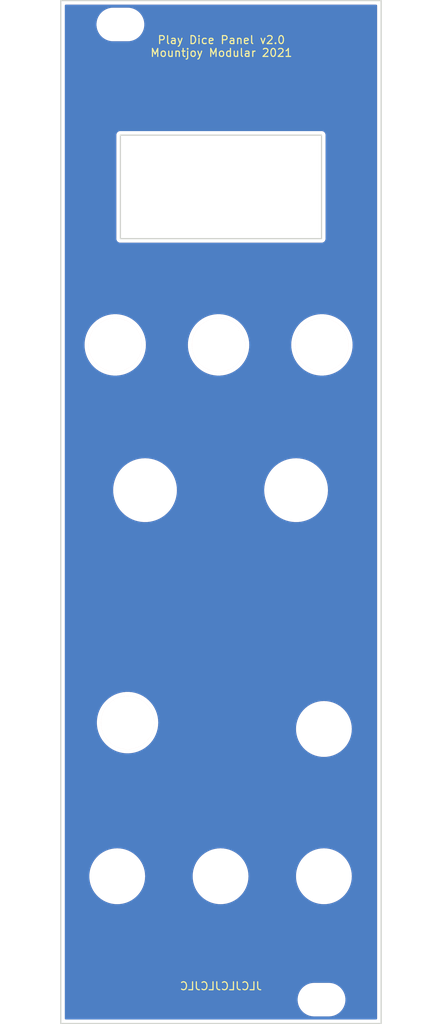
<source format=kicad_pcb>
(kicad_pcb (version 20210824) (generator pcbnew)
  (layers (0 "F.Cu" signal) (31 "B.Cu" signal) (34 "B.Paste" user) (35 "F.Paste" user) (36 "B.SilkS" user "B.Silkscreen") (37 "F.SilkS" user "F.Silkscreen") (38 "B.Mask" user) (39 "F.Mask" user) (44 "Edge.Cuts" user))
  (net 0 "")
  (footprint "Custom_Footprints:Oval_Mounting_Hole" (layer "F.Cu") (at 110.4 43)
    (fp_text reference "Ref**" hide)
    (fp_text value "Oval_Mounting_Hole" hide)
    (pad "" np_thru_hole oval (at 0 0) (size 5 3.2) (drill oval 5 3.2) (layers *.Cu *.Mask))
  )
  (footprint "Custom_Footprints:Oval_Mounting_Hole" (layer "F.Cu") (at 135.7 165.5)
    (fp_text reference "Ref**" hide)
    (fp_text value "Oval_Mounting_Hole" hide)
    (pad "" np_thru_hole oval (at 0 0) (size 5 3.2) (drill oval 5 3.2) (layers *.Cu *.Mask))
  )
  (footprint "Custom_Footprints:MountingHole_6.7mm_Button" (layer "B.Cu") (at 111.3 130.7 180)
    (fp_text reference "ActionButton" hide)
    (fp_text value "MountingHole_6.7mm_Button")
    (pad "" np_thru_hole circle (at 0 0 180) (size 6.7 6.7) (drill 6.7) (layers *.Cu *.Mask "B.SilkS"))
  )
  (footprint "Custom_Footprints:MountingHole_6.7mm_Button" (layer "B.Cu") (at 109.75 83.25 180)
    (fp_text reference "Ref**" hide)
    (fp_text value "MountingHole_6.7mm_Button")
    (pad "" np_thru_hole circle (at 0 0 180) (size 6.7 6.7) (drill 6.7) (layers *.Cu *.Mask "B.SilkS"))
  )
  (footprint "Custom_Footprints:MountingHole_6.7mm_Button" (layer "B.Cu") (at 122.75 83.25 180)
    (fp_text reference "Ref**" hide)
    (fp_text value "MountingHole_6.7mm_Button")
    (pad "" np_thru_hole circle (at 0 0 180) (size 6.7 6.7) (drill 6.7) (layers *.Cu *.Mask "B.SilkS"))
  )
  (footprint "Custom_Footprints:MountingHole_6.7mm_Button" (layer "B.Cu") (at 135.75 83.25 180)
    (fp_text reference "Ref**" hide)
    (fp_text value "MountingHole_6.7mm_Button")
    (pad "" np_thru_hole circle (at 0 0 180) (size 6.7 6.7) (drill 6.7) (layers *.Cu *.Mask "B.SilkS"))
  )
  (footprint "PlayDice:PlayDiceText2" (layer "B.Cu") (at 122.8 50.9 180)
    (fp_text reference "G***" hide)
    (fp_text value "LOGO" hide)
  )
  (footprint "Custom_Footprints:Thonkiconn_Socket_MountingHole_6mm" (layer "B.Cu") (at 136 150 180)
    (fp_text reference "Ref**" hide)
    (fp_text value "Thonkiconn_Socket_MountingHole_6mm")
    (pad "" np_thru_hole circle (at 0 0 180) (size 6 6) (drill 6) (layers *.Cu *.Mask))
  )
  (footprint "Custom_Footprints:Thonkiconn_Socket_MountingHole_6mm" (layer "B.Cu") (at 136 131.5 180)
    (fp_text reference "Ref**" hide)
    (fp_text value "Thonkiconn_Socket_MountingHole_6mm")
    (pad "" np_thru_hole circle (at 0 0 180) (size 6 6) (drill 6) (layers *.Cu *.Mask))
  )
  (footprint "Custom_Footprints:Thonkiconn_Socket_MountingHole_6mm" (layer "B.Cu") (at 123 150 180)
    (fp_text reference "Ref**" hide)
    (fp_text value "Thonkiconn_Socket_MountingHole_6mm")
    (pad "" np_thru_hole circle (at 0 0 180) (size 6 6) (drill 6) (layers *.Cu *.Mask))
  )
  (footprint "Custom_Footprints:Alpha_9mm_pot_hole" (layer "B.Cu") (at 132.5 101.5 180)
    (fp_text reference "Ref**" hide)
    (fp_text value "Alpha_9mm_pot_hole" hide)
    (pad "" np_thru_hole circle (at 0 0 180) (size 7 7) (drill 7) (layers *.Cu *.Mask))
  )
  (footprint "Custom_Footprints:Thonkiconn_Socket_MountingHole_6mm" (layer "B.Cu") (at 110 150 180)
    (fp_text reference "Ref**" hide)
    (fp_text value "Thonkiconn_Socket_MountingHole_6mm")
    (pad "" np_thru_hole circle (at 0 0 180) (size 6 6) (drill 6) (layers *.Cu *.Mask))
  )
  (footprint "Custom_Footprints:Alpha_9mm_pot_hole" (layer "B.Cu") (at 113.5 101.5 180)
    (fp_text reference "Ref**" hide)
    (fp_text value "Alpha_9mm_pot_hole" hide)
    (pad "" np_thru_hole circle (at 0 0 180) (size 7 7) (drill 7) (layers *.Cu *.Mask))
  )
  (gr_line (start 102.9 40) (end 143.2 40) (angle 90) (layer "Edge.Cuts") (width 0.15))
  (gr_line (start 143.2 40) (end 143.2 168.5) (angle 90) (layer "Edge.Cuts") (width 0.15))
  (gr_line (start 143.2 168.5) (end 102.9 168.5) (angle 90) (layer "Edge.Cuts") (width 0.15))
  (gr_line (start 135.7 56.9) (end 135.7 69.9) (angle 90) (layer "Edge.Cuts") (width 0.15))
  (gr_line (start 102.9 40) (end 102.9 168.5) (angle 90) (layer "Edge.Cuts") (width 0.15))
  (gr_line (start 110.4 69.9) (end 110.4 56.9) (angle 90) (layer "Edge.Cuts") (width 0.15))
  (gr_line (start 110.4 56.9) (end 135.7 56.9) (angle 90) (layer "Edge.Cuts") (width 0.15))
  (gr_line (start 135.7 69.9) (end 110.4 69.9) (angle 90) (layer "Edge.Cuts") (width 0.15))
  (gr_text "Play Dice Panel v2.0\nMountjoy Modular 2021" (at 123.1 45.75) (layer "F.SilkS") (effects (font (size 1 1))))
  (gr_text "JLCJLCJLCJLC" (at 123.05 163.8) (layer "F.SilkS") (effects (font (size 1 1)) (justify mirror)))
  (zone (net 0) (net_name "") (layer "F.Cu") (connect_pads (clearance 0.508)) (min_thickness 0.254) (fill yes (thermal_gap 0.508) (thermal_bridge_width 0.508))
    (polygon (pts (xy 102.9 40) (xy 143.2 40) (xy 143.2 168.5) (xy 102.9 168.5)))
  )
  (zone (net 0) (net_name "") (layer "B.Cu") (connect_pads (clearance 0.508)) (min_thickness 0.254) (fill yes (thermal_gap 0.508) (thermal_bridge_width 0.508))
    (polygon (pts (xy 102.9 40) (xy 143.2 40) (xy 143.2 168.5) (xy 102.9 168.5)))
  )
)
</source>
